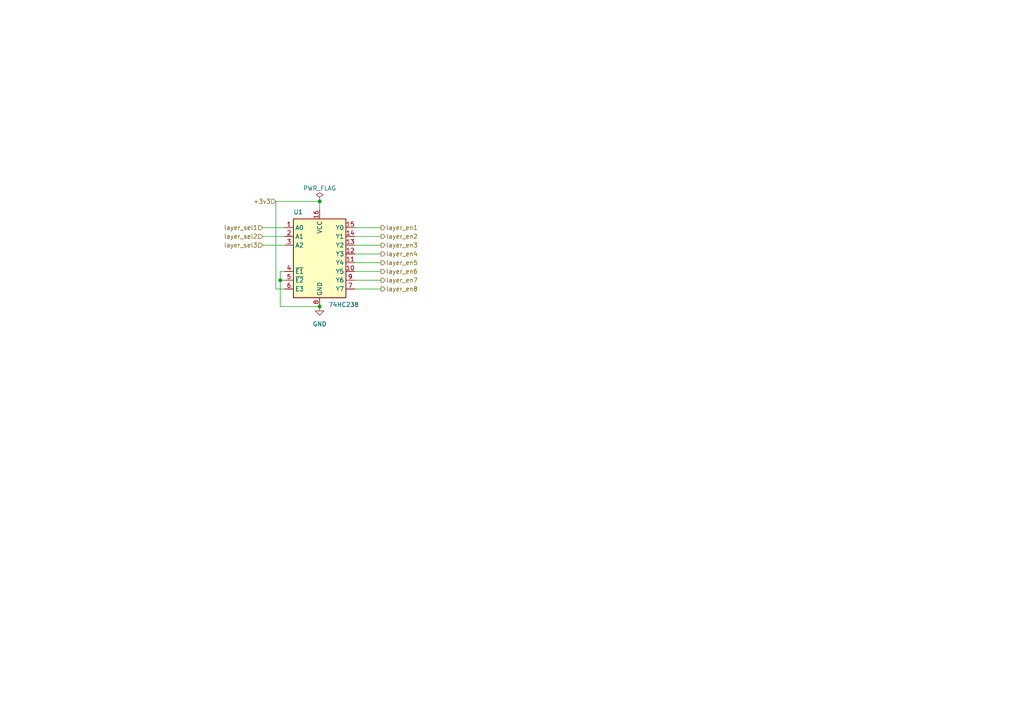
<source format=kicad_sch>
(kicad_sch (version 20230121) (generator eeschema)
  (paper "A4")
  (lib_symbols
    (symbol "74xx:74HC238"
      (property "Reference" "U" (at -7.62 13.97 0))
      (property "Value" "74HC238" (at 2.54 -11.43 0))
      (symbol "74HC238_0_1"
        (rectangle (start -7.62 12.7) (end 7.62 -10.16) (stroke (width 0.254)) (fill (type background)))
      )
      (symbol "74HC238_1_1"
        (pin input line (at -10.16 10.16 0) (length 2.54) (name "A0") (number "1"))
        (pin output line (at 10.16 -2.54 180) (length 2.54) (name "Y5") (number "10"))
        (pin output line (at 10.16 0 180) (length 2.54) (name "Y4") (number "11"))
        (pin output line (at 10.16 2.54 180) (length 2.54) (name "Y3") (number "12"))
        (pin output line (at 10.16 5.08 180) (length 2.54) (name "Y2") (number "13"))
        (pin output line (at 10.16 7.62 180) (length 2.54) (name "Y1") (number "14"))
        (pin output line (at 10.16 10.16 180) (length 2.54) (name "Y0") (number "15"))
        (pin power_in line (at 0 15.24 270) (length 2.54) (name "VCC") (number "16"))
        (pin input line (at -10.16 7.62 0) (length 2.54) (name "A1") (number "2"))
        (pin input line (at -10.16 5.08 0) (length 2.54) (name "A2") (number "3"))
        (pin input line (at -10.16 -2.54 0) (length 2.54) (name "~{E1}") (number "4"))
        (pin input line (at -10.16 -5.08 0) (length 2.54) (name "~{E2}") (number "5"))
        (pin input line (at -10.16 -7.62 0) (length 2.54) (name "E3") (number "6"))
        (pin output line (at 10.16 -7.62 180) (length 2.54) (name "Y7") (number "7"))
        (pin power_in line (at 0 -12.7 90) (length 2.54) (name "GND") (number "8"))
        (pin output line (at 10.16 -5.08 180) (length 2.54) (name "Y6") (number "9"))
      )
    )
    (symbol "power:GND" (power) (pin_names (offset 0))
      (property "Value" "GND" (at 0 -3.81 0))
      (symbol "GND_0_1"
        (polyline (pts (xy 0 0) (xy 0 -1.27) (xy 1.27 -1.27) (xy 0 -2.54) (xy -1.27 -1.27) (xy 0 -1.27)))
      )
      (symbol "GND_1_1"
        (pin power_in line (at 0 0 270) (length 0) hide (name "GND") (number "1"))
      )
    )
    (symbol "power:PWR_FLAG" (power) (pin_numbers hide) (pin_names (offset 0) hide)
      (property "Value" "PWR_FLAG" (at 0 3.81 0))
      (symbol "PWR_FLAG_0_0"
        (pin power_out line (at 0 0 90) (length 0) (name "pwr") (number "1"))
      )
      (symbol "PWR_FLAG_0_1"
        (polyline (pts (xy 0 0) (xy 0 1.27) (xy -1.016 1.905) (xy 0 2.54) (xy 1.016 1.905) (xy 0 1.27)))
      )
    )
  )
  (junction (at 92.71 88.9))
  (junction (at 92.71 58.42))
  (junction (at 81.28 81.28))
  (wire (pts (xy 102.87 76.2) (xy 110.49 76.2)))
  (wire (pts (xy 81.28 88.9) (xy 81.28 81.28)))
  (wire (pts (xy 76.2 71.12) (xy 82.55 71.12)))
  (wire (pts (xy 92.71 88.9) (xy 81.28 88.9)))
  (wire (pts (xy 80.01 58.42) (xy 92.71 58.42)))
  (wire (pts (xy 82.55 83.82) (xy 80.01 83.82)))
  (wire (pts (xy 76.2 68.58) (xy 82.55 68.58)))
  (wire (pts (xy 92.71 58.42) (xy 92.71 60.96)))
  (wire (pts (xy 80.01 83.82) (xy 80.01 58.42)))
  (wire (pts (xy 76.2 66.04) (xy 82.55 66.04)))
  (wire (pts (xy 81.28 81.28) (xy 82.55 81.28)))
  (wire (pts (xy 81.28 78.74) (xy 81.28 81.28)))
  (wire (pts (xy 102.87 78.74) (xy 110.49 78.74)))
  (wire (pts (xy 82.55 78.74) (xy 81.28 78.74)))
  (wire (pts (xy 102.87 81.28) (xy 110.49 81.28)))
  (wire (pts (xy 102.87 66.04) (xy 110.49 66.04)))
  (wire (pts (xy 102.87 83.82) (xy 110.49 83.82)))
  (wire (pts (xy 102.87 71.12) (xy 110.49 71.12)))
  (wire (pts (xy 102.87 73.66) (xy 110.49 73.66)))
  (wire (pts (xy 102.87 68.58) (xy 110.49 68.58)))
  (hierarchical_label "layer_sel1" (shape input) (at 76.2 66.04 180))
  (hierarchical_label "layer_en2" (shape output) (at 110.49 68.58 0))
  (hierarchical_label "layer_en6" (shape output) (at 110.49 78.74 0))
  (hierarchical_label "+3v3" (shape input) (at 80.01 58.42 180))
  (hierarchical_label "layer_sel2" (shape input) (at 76.2 68.58 180))
  (hierarchical_label "layer_en8" (shape output) (at 110.49 83.82 0))
  (hierarchical_label "layer_en4" (shape output) (at 110.49 73.66 0))
  (hierarchical_label "layer_en3" (shape output) (at 110.49 71.12 0))
  (hierarchical_label "layer_sel3" (shape input) (at 76.2 71.12 180))
  (hierarchical_label "layer_en1" (shape output) (at 110.49 66.04 0))
  (hierarchical_label "layer_en5" (shape output) (at 110.49 76.2 0))
  (hierarchical_label "layer_en7" (shape output) (at 110.49 81.28 0))
  (symbol (lib_id "power:PWR_FLAG") (at 92.71 58.42 0) (unit 1)
    (property "Reference" "#FLG01" (effects hide))
    (property "Value" "PWR_FLAG" (at 92.71 54.61 0))
  )
  (symbol (lib_id "power:GND") (at 92.71 88.9 0) (unit 1)
    (property "Reference" "#PWR02" (effects hide))
    (property "Value" "GND" (at 92.71 93.98 0))
  )
  (symbol (lib_id "74xx:74HC238") (at 92.71 76.2 0) (unit 1)
    (property "Reference" "U1" (at 85.09 62.23 0) (effects (justify left bottom)))
    (property "Value" "74HC238" (at 95.25 87.63 0) (effects (justify left top)))
    (property "Datasheet" "https://www.ti.com/lit/ds/symlink/cd74hc238.pdf" (effects hide))
    (instances (project "led_schematics" (path "" (reference "U1") (unit 1)) (path "" (reference "U?") (unit 1))))
  )
)
</source>
